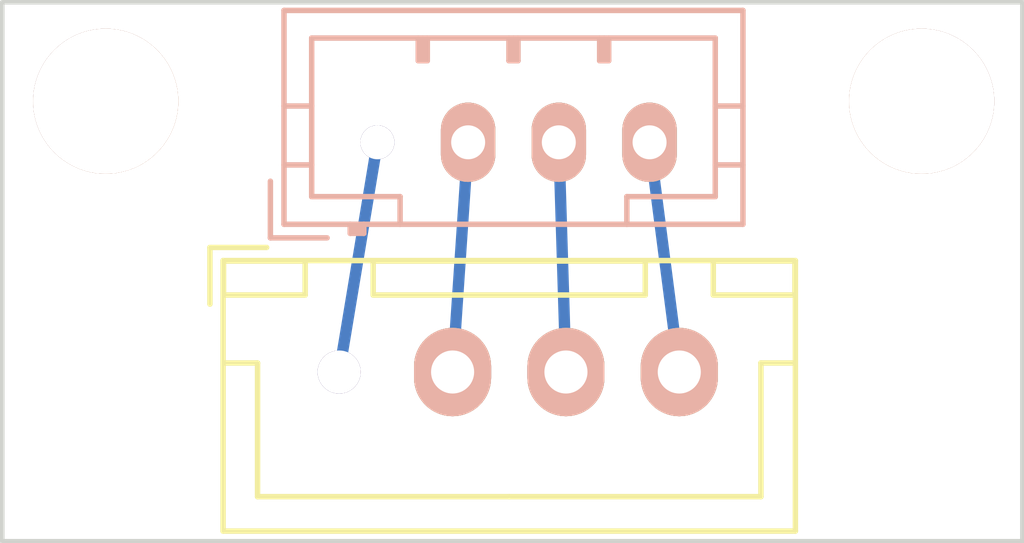
<source format=kicad_pcb>
(kicad_pcb (version 4) (generator gerbview)

  (layers 
    (0 F.Cu signal)
    (31 B.Cu signal)
    (32 B.Adhes user)
    (33 F.Adhes user)
    (34 B.Paste user)
    (35 F.Paste user)
    (36 B.SilkS user)
    (37 F.SilkS user)
    (38 B.Mask user)
    (39 F.Mask user)
    (40 Dwgs.User user)
    (41 Cmts.User user)
    (42 Eco1.User user)
    (43 Eco2.User user)
    (44 Edge.Cuts user)
  )

(gr_poly (pts  (xy 118.21011 68.58431) (xy 118.29263 68.57207) (xy 118.37354 68.5518)
 (xy 118.45208 68.5237) (xy 118.52749 68.48803) (xy 118.59903 68.44515) (xy 118.66603 68.39546)
 (xy 118.72784 68.33944) (xy 118.78386 68.27763) (xy 118.83355 68.21063) (xy 118.87643 68.13909)
 (xy 118.9121 68.06368) (xy 118.9402 67.98514) (xy 118.96047 67.90423) (xy 118.97271 67.82171)
 (xy 118.9768 67.7384) (xy 118.9768 67.4884) (xy 118.97271 67.40509) (xy 118.96047 67.32257)
 (xy 118.9402 67.24166) (xy 118.9121 67.16312) (xy 118.87643 67.08771) (xy 118.83355 67.01617)
 (xy 118.78386 66.94917) (xy 118.72784 66.88736) (xy 118.66603 66.83134) (xy 118.59903 66.78165)
 (xy 118.52749 66.73877) (xy 118.45208 66.7031) (xy 118.37354 66.675) (xy 118.29263 66.65473)
 (xy 118.21011 66.64249) (xy 118.1268 66.6384) (xy 118.04349 66.64249) (xy 117.96097 66.65473)
 (xy 117.88006 66.675) (xy 117.80152 66.7031) (xy 117.72611 66.73877) (xy 117.65457 66.78165)
 (xy 117.58757 66.83134) (xy 117.52576 66.88736) (xy 117.46974 66.94917) (xy 117.42005 67.01617)
 (xy 117.37717 67.08771) (xy 117.3415 67.16312) (xy 117.3134 67.24166) (xy 117.29313 67.32257)
 (xy 117.28089 67.40509) (xy 117.2768 67.4884) (xy 117.2768 67.7384) (xy 117.28089 67.82171)
 (xy 117.29313 67.90423) (xy 117.3134 67.98514) (xy 117.3415 68.06368) (xy 117.37717 68.13909)
 (xy 117.42005 68.21063) (xy 117.46974 68.27763) (xy 117.52576 68.33944) (xy 117.58757 68.39546)
 (xy 117.65457 68.44515) (xy 117.72611 68.48803) (xy 117.80152 68.5237) (xy 117.88006 68.5518)
 (xy 117.96097 68.57207) (xy 118.04349 68.58431) (xy 118.1268 68.5884))
(layer B.Mask) (width 0) )
(gr_poly (pts  (xy 120.71011 68.58431) (xy 120.79263 68.57207) (xy 120.87354 68.5518)
 (xy 120.95208 68.5237) (xy 121.02749 68.48803) (xy 121.09903 68.44515) (xy 121.16603 68.39546)
 (xy 121.22784 68.33944) (xy 121.28386 68.27763) (xy 121.33355 68.21063) (xy 121.37643 68.13909)
 (xy 121.4121 68.06368) (xy 121.4402 67.98514) (xy 121.46047 67.90423) (xy 121.47271 67.82171)
 (xy 121.4768 67.7384) (xy 121.4768 67.4884) (xy 121.47271 67.40509) (xy 121.46047 67.32257)
 (xy 121.4402 67.24166) (xy 121.4121 67.16312) (xy 121.37643 67.08771) (xy 121.33355 67.01617)
 (xy 121.28386 66.94917) (xy 121.22784 66.88736) (xy 121.16603 66.83134) (xy 121.09903 66.78165)
 (xy 121.02749 66.73877) (xy 120.95208 66.7031) (xy 120.87354 66.675) (xy 120.79263 66.65473)
 (xy 120.71011 66.64249) (xy 120.6268 66.6384) (xy 120.54349 66.64249) (xy 120.46097 66.65473)
 (xy 120.38006 66.675) (xy 120.30152 66.7031) (xy 120.22611 66.73877) (xy 120.15457 66.78165)
 (xy 120.08757 66.83134) (xy 120.02576 66.88736) (xy 119.96974 66.94917) (xy 119.92005 67.01617)
 (xy 119.87717 67.08771) (xy 119.8415 67.16312) (xy 119.8134 67.24166) (xy 119.79313 67.32257)
 (xy 119.78089 67.40509) (xy 119.7768 67.4884) (xy 119.7768 67.7384) (xy 119.78089 67.82171)
 (xy 119.79313 67.90423) (xy 119.8134 67.98514) (xy 119.8415 68.06368) (xy 119.87717 68.13909)
 (xy 119.92005 68.21063) (xy 119.96974 68.27763) (xy 120.02576 68.33944) (xy 120.08757 68.39546)
 (xy 120.15457 68.44515) (xy 120.22611 68.48803) (xy 120.30152 68.5237) (xy 120.38006 68.5518)
 (xy 120.46097 68.57207) (xy 120.54349 68.58431) (xy 120.6268 68.5884))
(layer B.Mask) (width 0) )
(gr_poly (pts  (xy 123.21011 68.58431) (xy 123.29263 68.57207) (xy 123.37354 68.5518)
 (xy 123.45208 68.5237) (xy 123.52749 68.48803) (xy 123.59903 68.44515) (xy 123.66603 68.39546)
 (xy 123.72784 68.33944) (xy 123.78386 68.27763) (xy 123.83355 68.21063) (xy 123.87643 68.13909)
 (xy 123.9121 68.06368) (xy 123.9402 67.98514) (xy 123.96047 67.90423) (xy 123.97271 67.82171)
 (xy 123.9768 67.7384) (xy 123.9768 67.4884) (xy 123.97271 67.40509) (xy 123.96047 67.32257)
 (xy 123.9402 67.24166) (xy 123.9121 67.16312) (xy 123.87643 67.08771) (xy 123.83355 67.01617)
 (xy 123.78386 66.94917) (xy 123.72784 66.88736) (xy 123.66603 66.83134) (xy 123.59903 66.78165)
 (xy 123.52749 66.73877) (xy 123.45208 66.7031) (xy 123.37354 66.675) (xy 123.29263 66.65473)
 (xy 123.21011 66.64249) (xy 123.1268 66.6384) (xy 123.04349 66.64249) (xy 122.96097 66.65473)
 (xy 122.88006 66.675) (xy 122.80152 66.7031) (xy 122.72611 66.73877) (xy 122.65457 66.78165)
 (xy 122.58757 66.83134) (xy 122.52576 66.88736) (xy 122.46974 66.94917) (xy 122.42005 67.01617)
 (xy 122.37717 67.08771) (xy 122.3415 67.16312) (xy 122.3134 67.24166) (xy 122.29313 67.32257)
 (xy 122.28089 67.40509) (xy 122.2768 67.4884) (xy 122.2768 67.7384) (xy 122.28089 67.82171)
 (xy 122.29313 67.90423) (xy 122.3134 67.98514) (xy 122.3415 68.06368) (xy 122.37717 68.13909)
 (xy 122.42005 68.21063) (xy 122.46974 68.27763) (xy 122.52576 68.33944) (xy 122.58757 68.39546)
 (xy 122.65457 68.44515) (xy 122.72611 68.48803) (xy 122.80152 68.5237) (xy 122.88006 68.5518)
 (xy 122.96097 68.57207) (xy 123.04349 68.58431) (xy 123.1268 68.5884))
(layer B.Mask) (width 0) )
(gr_circle (center 110.4784 61.636) (end 112.0784 61.636)(layer B.Mask) (width 0) (fill solid) )
(gr_circle (center 128.47 61.636) (end 130.07 61.636)(layer B.Mask) (width 0) (fill solid) )
(gr_poly (pts  (xy 118.52881 63.41371) (xy 118.58705 63.40507) (xy 118.64417 63.39076)
 (xy 118.69961 63.37093) (xy 118.75284 63.34575) (xy 118.80334 63.31548) (xy 118.85064 63.28041)
 (xy 118.89426 63.24086) (xy 118.93381 63.19724) (xy 118.96888 63.14994) (xy 118.99915 63.09944)
 (xy 119.02433 63.04621) (xy 119.04416 62.99077) (xy 119.05847 62.93365) (xy 119.06711 62.87541)
 (xy 119.07 62.8166) (xy 119.07 62.2666) (xy 119.06711 62.20779) (xy 119.05847 62.14955)
 (xy 119.04416 62.09243) (xy 119.02433 62.03699) (xy 118.99915 61.98376) (xy 118.96888 61.93326)
 (xy 118.93381 61.88596) (xy 118.89426 61.84234) (xy 118.85064 61.80279) (xy 118.80334 61.76772)
 (xy 118.75284 61.73745) (xy 118.69961 61.71227) (xy 118.64417 61.69244) (xy 118.58705 61.67813)
 (xy 118.52881 61.66949) (xy 118.47 61.6666) (xy 118.41119 61.66949) (xy 118.35295 61.67813)
 (xy 118.29583 61.69244) (xy 118.24039 61.71227) (xy 118.18716 61.73745) (xy 118.13666 61.76772)
 (xy 118.08936 61.80279) (xy 118.04574 61.84234) (xy 118.00619 61.88596) (xy 117.97112 61.93326)
 (xy 117.94085 61.98376) (xy 117.91567 62.03699) (xy 117.89584 62.09243) (xy 117.88153 62.14955)
 (xy 117.87289 62.20779) (xy 117.87 62.2666) (xy 117.87 62.8166) (xy 117.87289 62.87541)
 (xy 117.88153 62.93365) (xy 117.89584 62.99077) (xy 117.91567 63.04621) (xy 117.94085 63.09944)
 (xy 117.97112 63.14994) (xy 118.00619 63.19724) (xy 118.04574 63.24086) (xy 118.08936 63.28041)
 (xy 118.13666 63.31548) (xy 118.18716 63.34575) (xy 118.24039 63.37093) (xy 118.29583 63.39076)
 (xy 118.35295 63.40507) (xy 118.41119 63.41371) (xy 118.47 63.4166))
(layer B.Mask) (width 0) )
(gr_poly (pts  (xy 120.52881 63.41371) (xy 120.58705 63.40507) (xy 120.64417 63.39076)
 (xy 120.69961 63.37093) (xy 120.75284 63.34575) (xy 120.80334 63.31548) (xy 120.85064 63.28041)
 (xy 120.89426 63.24086) (xy 120.93381 63.19724) (xy 120.96888 63.14994) (xy 120.99915 63.09944)
 (xy 121.02433 63.04621) (xy 121.04416 62.99077) (xy 121.05847 62.93365) (xy 121.06711 62.87541)
 (xy 121.07 62.8166) (xy 121.07 62.2666) (xy 121.06711 62.20779) (xy 121.05847 62.14955)
 (xy 121.04416 62.09243) (xy 121.02433 62.03699) (xy 120.99915 61.98376) (xy 120.96888 61.93326)
 (xy 120.93381 61.88596) (xy 120.89426 61.84234) (xy 120.85064 61.80279) (xy 120.80334 61.76772)
 (xy 120.75284 61.73745) (xy 120.69961 61.71227) (xy 120.64417 61.69244) (xy 120.58705 61.67813)
 (xy 120.52881 61.66949) (xy 120.47 61.6666) (xy 120.41119 61.66949) (xy 120.35295 61.67813)
 (xy 120.29583 61.69244) (xy 120.24039 61.71227) (xy 120.18716 61.73745) (xy 120.13666 61.76772)
 (xy 120.08936 61.80279) (xy 120.04574 61.84234) (xy 120.00619 61.88596) (xy 119.97112 61.93326)
 (xy 119.94085 61.98376) (xy 119.91567 62.03699) (xy 119.89584 62.09243) (xy 119.88153 62.14955)
 (xy 119.87289 62.20779) (xy 119.87 62.2666) (xy 119.87 62.8166) (xy 119.87289 62.87541)
 (xy 119.88153 62.93365) (xy 119.89584 62.99077) (xy 119.91567 63.04621) (xy 119.94085 63.09944)
 (xy 119.97112 63.14994) (xy 120.00619 63.19724) (xy 120.04574 63.24086) (xy 120.08936 63.28041)
 (xy 120.13666 63.31548) (xy 120.18716 63.34575) (xy 120.24039 63.37093) (xy 120.29583 63.39076)
 (xy 120.35295 63.40507) (xy 120.41119 63.41371) (xy 120.47 63.4166))
(layer B.Mask) (width 0) )
(gr_poly (pts  (xy 122.52881 63.41371) (xy 122.58705 63.40507) (xy 122.64417 63.39076)
 (xy 122.69961 63.37093) (xy 122.75284 63.34575) (xy 122.80334 63.31548) (xy 122.85064 63.28041)
 (xy 122.89426 63.24086) (xy 122.93381 63.19724) (xy 122.96888 63.14994) (xy 122.99915 63.09944)
 (xy 123.02433 63.04621) (xy 123.04416 62.99077) (xy 123.05847 62.93365) (xy 123.06711 62.87541)
 (xy 123.07 62.8166) (xy 123.07 62.2666) (xy 123.06711 62.20779) (xy 123.05847 62.14955)
 (xy 123.04416 62.09243) (xy 123.02433 62.03699) (xy 122.99915 61.98376) (xy 122.96888 61.93326)
 (xy 122.93381 61.88596) (xy 122.89426 61.84234) (xy 122.85064 61.80279) (xy 122.80334 61.76772)
 (xy 122.75284 61.73745) (xy 122.69961 61.71227) (xy 122.64417 61.69244) (xy 122.58705 61.67813)
 (xy 122.52881 61.66949) (xy 122.47 61.6666) (xy 122.41119 61.66949) (xy 122.35295 61.67813)
 (xy 122.29583 61.69244) (xy 122.24039 61.71227) (xy 122.18716 61.73745) (xy 122.13666 61.76772)
 (xy 122.08936 61.80279) (xy 122.04574 61.84234) (xy 122.00619 61.88596) (xy 121.97112 61.93326)
 (xy 121.94085 61.98376) (xy 121.91567 62.03699) (xy 121.89584 62.09243) (xy 121.88153 62.14955)
 (xy 121.87289 62.20779) (xy 121.87 62.2666) (xy 121.87 62.8166) (xy 121.87289 62.87541)
 (xy 121.88153 62.93365) (xy 121.89584 62.99077) (xy 121.91567 63.04621) (xy 121.94085 63.09944)
 (xy 121.97112 63.14994) (xy 122.00619 63.19724) (xy 122.04574 63.24086) (xy 122.08936 63.28041)
 (xy 122.13666 63.31548) (xy 122.18716 63.34575) (xy 122.24039 63.37093) (xy 122.29583 63.39076)
 (xy 122.35295 63.40507) (xy 122.41119 63.41371) (xy 122.47 63.4166))
(layer B.Mask) (width 0) )
(gr_line (start 115.02 60.2416) (end 123.92 60.2416) (layer B.SilkS) (width 0.12))
(gr_line (start 116.97 63.7416) (end 115.02 63.7416) (layer B.SilkS) (width 0.12))
(gr_line (start 119.57 60.7416) (end 119.57 60.2416) (layer B.SilkS) (width 0.12))
(gr_line (start 114.11 64.6516) (end 114.11 63.4016) (layer B.SilkS) (width 0.12))
(gr_line (start 117.57 60.7416) (end 117.57 60.2416) (layer B.SilkS) (width 0.12))
(gr_line (start 117.37 60.2416) (end 117.37 60.7416) (layer B.SilkS) (width 0.12))
(gr_line (start 116.17 64.3516) (end 116.17 64.5516) (layer B.SilkS) (width 0.12))
(gr_line (start 124.53 61.7416) (end 123.92 61.7416) (layer B.SilkS) (width 0.12))
(gr_line (start 121.57 60.7416) (end 121.57 60.2416) (layer B.SilkS) (width 0.12))
(gr_line (start 114.41 61.7416) (end 115.02 61.7416) (layer B.SilkS) (width 0.12))
(gr_line (start 117.47 60.2416) (end 117.47 60.7416) (layer B.SilkS) (width 0.12))
(gr_line (start 123.92 60.2416) (end 123.92 63.7416) (layer B.SilkS) (width 0.12))
(gr_line (start 115.36 64.6516) (end 114.11 64.6516) (layer B.SilkS) (width 0.12))
(gr_line (start 115.87 64.5516) (end 115.87 64.3516) (layer B.SilkS) (width 0.12))
(gr_line (start 124.53 63.0416) (end 123.92 63.0416) (layer B.SilkS) (width 0.12))
(gr_line (start 116.17 64.5516) (end 115.87 64.5516) (layer B.SilkS) (width 0.12))
(gr_line (start 114.41 63.0416) (end 115.02 63.0416) (layer B.SilkS) (width 0.12))
(gr_line (start 119.37 60.7416) (end 119.57 60.7416) (layer B.SilkS) (width 0.12))
(gr_line (start 119.37 60.2416) (end 119.37 60.7416) (layer B.SilkS) (width 0.12))
(gr_line (start 124.53 64.3516) (end 114.41 64.3516) (layer B.SilkS) (width 0.12))
(gr_line (start 121.37 60.7416) (end 121.57 60.7416) (layer B.SilkS) (width 0.12))
(gr_line (start 117.37 60.7416) (end 117.57 60.7416) (layer B.SilkS) (width 0.12))
(gr_line (start 121.97 63.7416) (end 121.97 64.3516) (layer B.SilkS) (width 0.12))
(gr_line (start 114.41 64.3516) (end 114.41 59.6316) (layer B.SilkS) (width 0.12))
(gr_line (start 116.17 64.4516) (end 115.87 64.4516) (layer B.SilkS) (width 0.12))
(gr_line (start 119.47 60.2416) (end 119.47 60.7416) (layer B.SilkS) (width 0.12))
(gr_line (start 124.53 59.6316) (end 124.53 64.3516) (layer B.SilkS) (width 0.12))
(gr_line (start 123.92 63.7416) (end 121.97 63.7416) (layer B.SilkS) (width 0.12))
(gr_line (start 121.37 60.2416) (end 121.37 60.7416) (layer B.SilkS) (width 0.12))
(gr_line (start 115.02 63.7416) (end 115.02 60.2416) (layer B.SilkS) (width 0.12))
(gr_line (start 114.41 59.6316) (end 124.53 59.6316) (layer B.SilkS) (width 0.12))
(gr_line (start 116.97 64.3516) (end 116.97 63.7416) (layer B.SilkS) (width 0.12))
(gr_line (start 121.47 60.2416) (end 121.47 60.7416) (layer B.SilkS) (width 0.12))
(gr_poly (pts  (xy 118.21011 68.58431) (xy 118.29263 68.57207) (xy 118.37354 68.5518)
 (xy 118.45208 68.5237) (xy 118.52749 68.48803) (xy 118.59903 68.44515) (xy 118.66603 68.39546)
 (xy 118.72784 68.33944) (xy 118.78386 68.27763) (xy 118.83355 68.21063) (xy 118.87643 68.13909)
 (xy 118.9121 68.06368) (xy 118.9402 67.98514) (xy 118.96047 67.90423) (xy 118.97271 67.82171)
 (xy 118.9768 67.7384) (xy 118.9768 67.4884) (xy 118.97271 67.40509) (xy 118.96047 67.32257)
 (xy 118.9402 67.24166) (xy 118.9121 67.16312) (xy 118.87643 67.08771) (xy 118.83355 67.01617)
 (xy 118.78386 66.94917) (xy 118.72784 66.88736) (xy 118.66603 66.83134) (xy 118.59903 66.78165)
 (xy 118.52749 66.73877) (xy 118.45208 66.7031) (xy 118.37354 66.675) (xy 118.29263 66.65473)
 (xy 118.21011 66.64249) (xy 118.1268 66.6384) (xy 118.04349 66.64249) (xy 117.96097 66.65473)
 (xy 117.88006 66.675) (xy 117.80152 66.7031) (xy 117.72611 66.73877) (xy 117.65457 66.78165)
 (xy 117.58757 66.83134) (xy 117.52576 66.88736) (xy 117.46974 66.94917) (xy 117.42005 67.01617)
 (xy 117.37717 67.08771) (xy 117.3415 67.16312) (xy 117.3134 67.24166) (xy 117.29313 67.32257)
 (xy 117.28089 67.40509) (xy 117.2768 67.4884) (xy 117.2768 67.7384) (xy 117.28089 67.82171)
 (xy 117.29313 67.90423) (xy 117.3134 67.98514) (xy 117.3415 68.06368) (xy 117.37717 68.13909)
 (xy 117.42005 68.21063) (xy 117.46974 68.27763) (xy 117.52576 68.33944) (xy 117.58757 68.39546)
 (xy 117.65457 68.44515) (xy 117.72611 68.48803) (xy 117.80152 68.5237) (xy 117.88006 68.5518)
 (xy 117.96097 68.57207) (xy 118.04349 68.58431) (xy 118.1268 68.5884))
(layer B.SilkS) (width 0) )
(gr_poly (pts  (xy 120.71011 68.58431) (xy 120.79263 68.57207) (xy 120.87354 68.5518)
 (xy 120.95208 68.5237) (xy 121.02749 68.48803) (xy 121.09903 68.44515) (xy 121.16603 68.39546)
 (xy 121.22784 68.33944) (xy 121.28386 68.27763) (xy 121.33355 68.21063) (xy 121.37643 68.13909)
 (xy 121.4121 68.06368) (xy 121.4402 67.98514) (xy 121.46047 67.90423) (xy 121.47271 67.82171)
 (xy 121.4768 67.7384) (xy 121.4768 67.4884) (xy 121.47271 67.40509) (xy 121.46047 67.32257)
 (xy 121.4402 67.24166) (xy 121.4121 67.16312) (xy 121.37643 67.08771) (xy 121.33355 67.01617)
 (xy 121.28386 66.94917) (xy 121.22784 66.88736) (xy 121.16603 66.83134) (xy 121.09903 66.78165)
 (xy 121.02749 66.73877) (xy 120.95208 66.7031) (xy 120.87354 66.675) (xy 120.79263 66.65473)
 (xy 120.71011 66.64249) (xy 120.6268 66.6384) (xy 120.54349 66.64249) (xy 120.46097 66.65473)
 (xy 120.38006 66.675) (xy 120.30152 66.7031) (xy 120.22611 66.73877) (xy 120.15457 66.78165)
 (xy 120.08757 66.83134) (xy 120.02576 66.88736) (xy 119.96974 66.94917) (xy 119.92005 67.01617)
 (xy 119.87717 67.08771) (xy 119.8415 67.16312) (xy 119.8134 67.24166) (xy 119.79313 67.32257)
 (xy 119.78089 67.40509) (xy 119.7768 67.4884) (xy 119.7768 67.7384) (xy 119.78089 67.82171)
 (xy 119.79313 67.90423) (xy 119.8134 67.98514) (xy 119.8415 68.06368) (xy 119.87717 68.13909)
 (xy 119.92005 68.21063) (xy 119.96974 68.27763) (xy 120.02576 68.33944) (xy 120.08757 68.39546)
 (xy 120.15457 68.44515) (xy 120.22611 68.48803) (xy 120.30152 68.5237) (xy 120.38006 68.5518)
 (xy 120.46097 68.57207) (xy 120.54349 68.58431) (xy 120.6268 68.5884))
(layer B.SilkS) (width 0) )
(gr_poly (pts  (xy 123.21011 68.58431) (xy 123.29263 68.57207) (xy 123.37354 68.5518)
 (xy 123.45208 68.5237) (xy 123.52749 68.48803) (xy 123.59903 68.44515) (xy 123.66603 68.39546)
 (xy 123.72784 68.33944) (xy 123.78386 68.27763) (xy 123.83355 68.21063) (xy 123.87643 68.13909)
 (xy 123.9121 68.06368) (xy 123.9402 67.98514) (xy 123.96047 67.90423) (xy 123.97271 67.82171)
 (xy 123.9768 67.7384) (xy 123.9768 67.4884) (xy 123.97271 67.40509) (xy 123.96047 67.32257)
 (xy 123.9402 67.24166) (xy 123.9121 67.16312) (xy 123.87643 67.08771) (xy 123.83355 67.01617)
 (xy 123.78386 66.94917) (xy 123.72784 66.88736) (xy 123.66603 66.83134) (xy 123.59903 66.78165)
 (xy 123.52749 66.73877) (xy 123.45208 66.7031) (xy 123.37354 66.675) (xy 123.29263 66.65473)
 (xy 123.21011 66.64249) (xy 123.1268 66.6384) (xy 123.04349 66.64249) (xy 122.96097 66.65473)
 (xy 122.88006 66.675) (xy 122.80152 66.7031) (xy 122.72611 66.73877) (xy 122.65457 66.78165)
 (xy 122.58757 66.83134) (xy 122.52576 66.88736) (xy 122.46974 66.94917) (xy 122.42005 67.01617)
 (xy 122.37717 67.08771) (xy 122.3415 67.16312) (xy 122.3134 67.24166) (xy 122.29313 67.32257)
 (xy 122.28089 67.40509) (xy 122.2768 67.4884) (xy 122.2768 67.7384) (xy 122.28089 67.82171)
 (xy 122.29313 67.90423) (xy 122.3134 67.98514) (xy 122.3415 68.06368) (xy 122.37717 68.13909)
 (xy 122.42005 68.21063) (xy 122.46974 68.27763) (xy 122.52576 68.33944) (xy 122.58757 68.39546)
 (xy 122.65457 68.44515) (xy 122.72611 68.48803) (xy 122.80152 68.5237) (xy 122.88006 68.5518)
 (xy 122.96097 68.57207) (xy 123.04349 68.58431) (xy 123.1268 68.5884))
(layer B.SilkS) (width 0) )
(gr_circle (center 110.4784 61.636) (end 112.0784 61.636)(layer B.SilkS) (width 0) (fill solid) )
(gr_circle (center 128.47 61.636) (end 130.07 61.636)(layer B.SilkS) (width 0) (fill solid) )
(gr_poly (pts  (xy 118.52881 63.41371) (xy 118.58705 63.40507) (xy 118.64417 63.39076)
 (xy 118.69961 63.37093) (xy 118.75284 63.34575) (xy 118.80334 63.31548) (xy 118.85064 63.28041)
 (xy 118.89426 63.24086) (xy 118.93381 63.19724) (xy 118.96888 63.14994) (xy 118.99915 63.09944)
 (xy 119.02433 63.04621) (xy 119.04416 62.99077) (xy 119.05847 62.93365) (xy 119.06711 62.87541)
 (xy 119.07 62.8166) (xy 119.07 62.2666) (xy 119.06711 62.20779) (xy 119.05847 62.14955)
 (xy 119.04416 62.09243) (xy 119.02433 62.03699) (xy 118.99915 61.98376) (xy 118.96888 61.93326)
 (xy 118.93381 61.88596) (xy 118.89426 61.84234) (xy 118.85064 61.80279) (xy 118.80334 61.76772)
 (xy 118.75284 61.73745) (xy 118.69961 61.71227) (xy 118.64417 61.69244) (xy 118.58705 61.67813)
 (xy 118.52881 61.66949) (xy 118.47 61.6666) (xy 118.41119 61.66949) (xy 118.35295 61.67813)
 (xy 118.29583 61.69244) (xy 118.24039 61.71227) (xy 118.18716 61.73745) (xy 118.13666 61.76772)
 (xy 118.08936 61.80279) (xy 118.04574 61.84234) (xy 118.00619 61.88596) (xy 117.97112 61.93326)
 (xy 117.94085 61.98376) (xy 117.91567 62.03699) (xy 117.89584 62.09243) (xy 117.88153 62.14955)
 (xy 117.87289 62.20779) (xy 117.87 62.2666) (xy 117.87 62.8166) (xy 117.87289 62.87541)
 (xy 117.88153 62.93365) (xy 117.89584 62.99077) (xy 117.91567 63.04621) (xy 117.94085 63.09944)
 (xy 117.97112 63.14994) (xy 118.00619 63.19724) (xy 118.04574 63.24086) (xy 118.08936 63.28041)
 (xy 118.13666 63.31548) (xy 118.18716 63.34575) (xy 118.24039 63.37093) (xy 118.29583 63.39076)
 (xy 118.35295 63.40507) (xy 118.41119 63.41371) (xy 118.47 63.4166))
(layer B.SilkS) (width 0) )
(gr_poly (pts  (xy 120.52881 63.41371) (xy 120.58705 63.40507) (xy 120.64417 63.39076)
 (xy 120.69961 63.37093) (xy 120.75284 63.34575) (xy 120.80334 63.31548) (xy 120.85064 63.28041)
 (xy 120.89426 63.24086) (xy 120.93381 63.19724) (xy 120.96888 63.14994) (xy 120.99915 63.09944)
 (xy 121.02433 63.04621) (xy 121.04416 62.99077) (xy 121.05847 62.93365) (xy 121.06711 62.87541)
 (xy 121.07 62.8166) (xy 121.07 62.2666) (xy 121.06711 62.20779) (xy 121.05847 62.14955)
 (xy 121.04416 62.09243) (xy 121.02433 62.03699) (xy 120.99915 61.98376) (xy 120.96888 61.93326)
 (xy 120.93381 61.88596) (xy 120.89426 61.84234) (xy 120.85064 61.80279) (xy 120.80334 61.76772)
 (xy 120.75284 61.73745) (xy 120.69961 61.71227) (xy 120.64417 61.69244) (xy 120.58705 61.67813)
 (xy 120.52881 61.66949) (xy 120.47 61.6666) (xy 120.41119 61.66949) (xy 120.35295 61.67813)
 (xy 120.29583 61.69244) (xy 120.24039 61.71227) (xy 120.18716 61.73745) (xy 120.13666 61.76772)
 (xy 120.08936 61.80279) (xy 120.04574 61.84234) (xy 120.00619 61.88596) (xy 119.97112 61.93326)
 (xy 119.94085 61.98376) (xy 119.91567 62.03699) (xy 119.89584 62.09243) (xy 119.88153 62.14955)
 (xy 119.87289 62.20779) (xy 119.87 62.2666) (xy 119.87 62.8166) (xy 119.87289 62.87541)
 (xy 119.88153 62.93365) (xy 119.89584 62.99077) (xy 119.91567 63.04621) (xy 119.94085 63.09944)
 (xy 119.97112 63.14994) (xy 120.00619 63.19724) (xy 120.04574 63.24086) (xy 120.08936 63.28041)
 (xy 120.13666 63.31548) (xy 120.18716 63.34575) (xy 120.24039 63.37093) (xy 120.29583 63.39076)
 (xy 120.35295 63.40507) (xy 120.41119 63.41371) (xy 120.47 63.4166))
(layer B.SilkS) (width 0) )
(gr_poly (pts  (xy 122.52881 63.41371) (xy 122.58705 63.40507) (xy 122.64417 63.39076)
 (xy 122.69961 63.37093) (xy 122.75284 63.34575) (xy 122.80334 63.31548) (xy 122.85064 63.28041)
 (xy 122.89426 63.24086) (xy 122.93381 63.19724) (xy 122.96888 63.14994) (xy 122.99915 63.09944)
 (xy 123.02433 63.04621) (xy 123.04416 62.99077) (xy 123.05847 62.93365) (xy 123.06711 62.87541)
 (xy 123.07 62.8166) (xy 123.07 62.2666) (xy 123.06711 62.20779) (xy 123.05847 62.14955)
 (xy 123.04416 62.09243) (xy 123.02433 62.03699) (xy 122.99915 61.98376) (xy 122.96888 61.93326)
 (xy 122.93381 61.88596) (xy 122.89426 61.84234) (xy 122.85064 61.80279) (xy 122.80334 61.76772)
 (xy 122.75284 61.73745) (xy 122.69961 61.71227) (xy 122.64417 61.69244) (xy 122.58705 61.67813)
 (xy 122.52881 61.66949) (xy 122.47 61.6666) (xy 122.41119 61.66949) (xy 122.35295 61.67813)
 (xy 122.29583 61.69244) (xy 122.24039 61.71227) (xy 122.18716 61.73745) (xy 122.13666 61.76772)
 (xy 122.08936 61.80279) (xy 122.04574 61.84234) (xy 122.00619 61.88596) (xy 121.97112 61.93326)
 (xy 121.94085 61.98376) (xy 121.91567 62.03699) (xy 121.89584 62.09243) (xy 121.88153 62.14955)
 (xy 121.87289 62.20779) (xy 121.87 62.2666) (xy 121.87 62.8166) (xy 121.87289 62.87541)
 (xy 121.88153 62.93365) (xy 121.89584 62.99077) (xy 121.91567 63.04621) (xy 121.94085 63.09944)
 (xy 121.97112 63.14994) (xy 122.00619 63.19724) (xy 122.04574 63.24086) (xy 122.08936 63.28041)
 (xy 122.13666 63.31548) (xy 122.18716 63.34575) (xy 122.24039 63.37093) (xy 122.29583 63.39076)
 (xy 122.35295 63.40507) (xy 122.41119 63.41371) (xy 122.47 63.4166))
(layer B.SilkS) (width 0) )
(gr_line (start 130.692 71.3472) (end 108.1972 71.3472) (layer Edge.Cuts) (width 0.1))
(gr_line (start 108.1972 71.3472) (end 108.1972 59.4516) (layer Edge.Cuts) (width 0.1))
(gr_line (start 108.1972 59.4516) (end 130.692 59.4516) (layer Edge.Cuts) (width 0.1))
(gr_line (start 130.692 59.4516) (end 130.692 71.3472) (layer Edge.Cuts) (width 0.1))
(gr_poly (pts  (xy 118.21011 68.58431) (xy 118.29263 68.57207) (xy 118.37354 68.5518)
 (xy 118.45208 68.5237) (xy 118.52749 68.48803) (xy 118.59903 68.44515) (xy 118.66603 68.39546)
 (xy 118.72784 68.33944) (xy 118.78386 68.27763) (xy 118.83355 68.21063) (xy 118.87643 68.13909)
 (xy 118.9121 68.06368) (xy 118.9402 67.98514) (xy 118.96047 67.90423) (xy 118.97271 67.82171)
 (xy 118.9768 67.7384) (xy 118.9768 67.4884) (xy 118.97271 67.40509) (xy 118.96047 67.32257)
 (xy 118.9402 67.24166) (xy 118.9121 67.16312) (xy 118.87643 67.08771) (xy 118.83355 67.01617)
 (xy 118.78386 66.94917) (xy 118.72784 66.88736) (xy 118.66603 66.83134) (xy 118.59903 66.78165)
 (xy 118.52749 66.73877) (xy 118.45208 66.7031) (xy 118.37354 66.675) (xy 118.29263 66.65473)
 (xy 118.21011 66.64249) (xy 118.1268 66.6384) (xy 118.04349 66.64249) (xy 117.96097 66.65473)
 (xy 117.88006 66.675) (xy 117.80152 66.7031) (xy 117.72611 66.73877) (xy 117.65457 66.78165)
 (xy 117.58757 66.83134) (xy 117.52576 66.88736) (xy 117.46974 66.94917) (xy 117.42005 67.01617)
 (xy 117.37717 67.08771) (xy 117.3415 67.16312) (xy 117.3134 67.24166) (xy 117.29313 67.32257)
 (xy 117.28089 67.40509) (xy 117.2768 67.4884) (xy 117.2768 67.7384) (xy 117.28089 67.82171)
 (xy 117.29313 67.90423) (xy 117.3134 67.98514) (xy 117.3415 68.06368) (xy 117.37717 68.13909)
 (xy 117.42005 68.21063) (xy 117.46974 68.27763) (xy 117.52576 68.33944) (xy 117.58757 68.39546)
 (xy 117.65457 68.44515) (xy 117.72611 68.48803) (xy 117.80152 68.5237) (xy 117.88006 68.5518)
 (xy 117.96097 68.57207) (xy 118.04349 68.58431) (xy 118.1268 68.5884))
(layer F.Mask) (width 0) )
(gr_poly (pts  (xy 120.71011 68.58431) (xy 120.79263 68.57207) (xy 120.87354 68.5518)
 (xy 120.95208 68.5237) (xy 121.02749 68.48803) (xy 121.09903 68.44515) (xy 121.16603 68.39546)
 (xy 121.22784 68.33944) (xy 121.28386 68.27763) (xy 121.33355 68.21063) (xy 121.37643 68.13909)
 (xy 121.4121 68.06368) (xy 121.4402 67.98514) (xy 121.46047 67.90423) (xy 121.47271 67.82171)
 (xy 121.4768 67.7384) (xy 121.4768 67.4884) (xy 121.47271 67.40509) (xy 121.46047 67.32257)
 (xy 121.4402 67.24166) (xy 121.4121 67.16312) (xy 121.37643 67.08771) (xy 121.33355 67.01617)
 (xy 121.28386 66.94917) (xy 121.22784 66.88736) (xy 121.16603 66.83134) (xy 121.09903 66.78165)
 (xy 121.02749 66.73877) (xy 120.95208 66.7031) (xy 120.87354 66.675) (xy 120.79263 66.65473)
 (xy 120.71011 66.64249) (xy 120.6268 66.6384) (xy 120.54349 66.64249) (xy 120.46097 66.65473)
 (xy 120.38006 66.675) (xy 120.30152 66.7031) (xy 120.22611 66.73877) (xy 120.15457 66.78165)
 (xy 120.08757 66.83134) (xy 120.02576 66.88736) (xy 119.96974 66.94917) (xy 119.92005 67.01617)
 (xy 119.87717 67.08771) (xy 119.8415 67.16312) (xy 119.8134 67.24166) (xy 119.79313 67.32257)
 (xy 119.78089 67.40509) (xy 119.7768 67.4884) (xy 119.7768 67.7384) (xy 119.78089 67.82171)
 (xy 119.79313 67.90423) (xy 119.8134 67.98514) (xy 119.8415 68.06368) (xy 119.87717 68.13909)
 (xy 119.92005 68.21063) (xy 119.96974 68.27763) (xy 120.02576 68.33944) (xy 120.08757 68.39546)
 (xy 120.15457 68.44515) (xy 120.22611 68.48803) (xy 120.30152 68.5237) (xy 120.38006 68.5518)
 (xy 120.46097 68.57207) (xy 120.54349 68.58431) (xy 120.6268 68.5884))
(layer F.Mask) (width 0) )
(gr_poly (pts  (xy 123.21011 68.58431) (xy 123.29263 68.57207) (xy 123.37354 68.5518)
 (xy 123.45208 68.5237) (xy 123.52749 68.48803) (xy 123.59903 68.44515) (xy 123.66603 68.39546)
 (xy 123.72784 68.33944) (xy 123.78386 68.27763) (xy 123.83355 68.21063) (xy 123.87643 68.13909)
 (xy 123.9121 68.06368) (xy 123.9402 67.98514) (xy 123.96047 67.90423) (xy 123.97271 67.82171)
 (xy 123.9768 67.7384) (xy 123.9768 67.4884) (xy 123.97271 67.40509) (xy 123.96047 67.32257)
 (xy 123.9402 67.24166) (xy 123.9121 67.16312) (xy 123.87643 67.08771) (xy 123.83355 67.01617)
 (xy 123.78386 66.94917) (xy 123.72784 66.88736) (xy 123.66603 66.83134) (xy 123.59903 66.78165)
 (xy 123.52749 66.73877) (xy 123.45208 66.7031) (xy 123.37354 66.675) (xy 123.29263 66.65473)
 (xy 123.21011 66.64249) (xy 123.1268 66.6384) (xy 123.04349 66.64249) (xy 122.96097 66.65473)
 (xy 122.88006 66.675) (xy 122.80152 66.7031) (xy 122.72611 66.73877) (xy 122.65457 66.78165)
 (xy 122.58757 66.83134) (xy 122.52576 66.88736) (xy 122.46974 66.94917) (xy 122.42005 67.01617)
 (xy 122.37717 67.08771) (xy 122.3415 67.16312) (xy 122.3134 67.24166) (xy 122.29313 67.32257)
 (xy 122.28089 67.40509) (xy 122.2768 67.4884) (xy 122.2768 67.7384) (xy 122.28089 67.82171)
 (xy 122.29313 67.90423) (xy 122.3134 67.98514) (xy 122.3415 68.06368) (xy 122.37717 68.13909)
 (xy 122.42005 68.21063) (xy 122.46974 68.27763) (xy 122.52576 68.33944) (xy 122.58757 68.39546)
 (xy 122.65457 68.44515) (xy 122.72611 68.48803) (xy 122.80152 68.5237) (xy 122.88006 68.5518)
 (xy 122.96097 68.57207) (xy 123.04349 68.58431) (xy 123.1268 68.5884))
(layer F.Mask) (width 0) )
(gr_circle (center 110.4784 61.636) (end 112.0784 61.636)(layer F.Mask) (width 0) (fill solid) )
(gr_circle (center 128.47 61.636) (end 130.07 61.636)(layer F.Mask) (width 0) (fill solid) )
(gr_poly (pts  (xy 118.52881 63.41371) (xy 118.58705 63.40507) (xy 118.64417 63.39076)
 (xy 118.69961 63.37093) (xy 118.75284 63.34575) (xy 118.80334 63.31548) (xy 118.85064 63.28041)
 (xy 118.89426 63.24086) (xy 118.93381 63.19724) (xy 118.96888 63.14994) (xy 118.99915 63.09944)
 (xy 119.02433 63.04621) (xy 119.04416 62.99077) (xy 119.05847 62.93365) (xy 119.06711 62.87541)
 (xy 119.07 62.8166) (xy 119.07 62.2666) (xy 119.06711 62.20779) (xy 119.05847 62.14955)
 (xy 119.04416 62.09243) (xy 119.02433 62.03699) (xy 118.99915 61.98376) (xy 118.96888 61.93326)
 (xy 118.93381 61.88596) (xy 118.89426 61.84234) (xy 118.85064 61.80279) (xy 118.80334 61.76772)
 (xy 118.75284 61.73745) (xy 118.69961 61.71227) (xy 118.64417 61.69244) (xy 118.58705 61.67813)
 (xy 118.52881 61.66949) (xy 118.47 61.6666) (xy 118.41119 61.66949) (xy 118.35295 61.67813)
 (xy 118.29583 61.69244) (xy 118.24039 61.71227) (xy 118.18716 61.73745) (xy 118.13666 61.76772)
 (xy 118.08936 61.80279) (xy 118.04574 61.84234) (xy 118.00619 61.88596) (xy 117.97112 61.93326)
 (xy 117.94085 61.98376) (xy 117.91567 62.03699) (xy 117.89584 62.09243) (xy 117.88153 62.14955)
 (xy 117.87289 62.20779) (xy 117.87 62.2666) (xy 117.87 62.8166) (xy 117.87289 62.87541)
 (xy 117.88153 62.93365) (xy 117.89584 62.99077) (xy 117.91567 63.04621) (xy 117.94085 63.09944)
 (xy 117.97112 63.14994) (xy 118.00619 63.19724) (xy 118.04574 63.24086) (xy 118.08936 63.28041)
 (xy 118.13666 63.31548) (xy 118.18716 63.34575) (xy 118.24039 63.37093) (xy 118.29583 63.39076)
 (xy 118.35295 63.40507) (xy 118.41119 63.41371) (xy 118.47 63.4166))
(layer F.Mask) (width 0) )
(gr_poly (pts  (xy 120.52881 63.41371) (xy 120.58705 63.40507) (xy 120.64417 63.39076)
 (xy 120.69961 63.37093) (xy 120.75284 63.34575) (xy 120.80334 63.31548) (xy 120.85064 63.28041)
 (xy 120.89426 63.24086) (xy 120.93381 63.19724) (xy 120.96888 63.14994) (xy 120.99915 63.09944)
 (xy 121.02433 63.04621) (xy 121.04416 62.99077) (xy 121.05847 62.93365) (xy 121.06711 62.87541)
 (xy 121.07 62.8166) (xy 121.07 62.2666) (xy 121.06711 62.20779) (xy 121.05847 62.14955)
 (xy 121.04416 62.09243) (xy 121.02433 62.03699) (xy 120.99915 61.98376) (xy 120.96888 61.93326)
 (xy 120.93381 61.88596) (xy 120.89426 61.84234) (xy 120.85064 61.80279) (xy 120.80334 61.76772)
 (xy 120.75284 61.73745) (xy 120.69961 61.71227) (xy 120.64417 61.69244) (xy 120.58705 61.67813)
 (xy 120.52881 61.66949) (xy 120.47 61.6666) (xy 120.41119 61.66949) (xy 120.35295 61.67813)
 (xy 120.29583 61.69244) (xy 120.24039 61.71227) (xy 120.18716 61.73745) (xy 120.13666 61.76772)
 (xy 120.08936 61.80279) (xy 120.04574 61.84234) (xy 120.00619 61.88596) (xy 119.97112 61.93326)
 (xy 119.94085 61.98376) (xy 119.91567 62.03699) (xy 119.89584 62.09243) (xy 119.88153 62.14955)
 (xy 119.87289 62.20779) (xy 119.87 62.2666) (xy 119.87 62.8166) (xy 119.87289 62.87541)
 (xy 119.88153 62.93365) (xy 119.89584 62.99077) (xy 119.91567 63.04621) (xy 119.94085 63.09944)
 (xy 119.97112 63.14994) (xy 120.00619 63.19724) (xy 120.04574 63.24086) (xy 120.08936 63.28041)
 (xy 120.13666 63.31548) (xy 120.18716 63.34575) (xy 120.24039 63.37093) (xy 120.29583 63.39076)
 (xy 120.35295 63.40507) (xy 120.41119 63.41371) (xy 120.47 63.4166))
(layer F.Mask) (width 0) )
(gr_poly (pts  (xy 122.52881 63.41371) (xy 122.58705 63.40507) (xy 122.64417 63.39076)
 (xy 122.69961 63.37093) (xy 122.75284 63.34575) (xy 122.80334 63.31548) (xy 122.85064 63.28041)
 (xy 122.89426 63.24086) (xy 122.93381 63.19724) (xy 122.96888 63.14994) (xy 122.99915 63.09944)
 (xy 123.02433 63.04621) (xy 123.04416 62.99077) (xy 123.05847 62.93365) (xy 123.06711 62.87541)
 (xy 123.07 62.8166) (xy 123.07 62.2666) (xy 123.06711 62.20779) (xy 123.05847 62.14955)
 (xy 123.04416 62.09243) (xy 123.02433 62.03699) (xy 122.99915 61.98376) (xy 122.96888 61.93326)
 (xy 122.93381 61.88596) (xy 122.89426 61.84234) (xy 122.85064 61.80279) (xy 122.80334 61.76772)
 (xy 122.75284 61.73745) (xy 122.69961 61.71227) (xy 122.64417 61.69244) (xy 122.58705 61.67813)
 (xy 122.52881 61.66949) (xy 122.47 61.6666) (xy 122.41119 61.66949) (xy 122.35295 61.67813)
 (xy 122.29583 61.69244) (xy 122.24039 61.71227) (xy 122.18716 61.73745) (xy 122.13666 61.76772)
 (xy 122.08936 61.80279) (xy 122.04574 61.84234) (xy 122.00619 61.88596) (xy 121.97112 61.93326)
 (xy 121.94085 61.98376) (xy 121.91567 62.03699) (xy 121.89584 62.09243) (xy 121.88153 62.14955)
 (xy 121.87289 62.20779) (xy 121.87 62.2666) (xy 121.87 62.8166) (xy 121.87289 62.87541)
 (xy 121.88153 62.93365) (xy 121.89584 62.99077) (xy 121.91567 63.04621) (xy 121.94085 63.09944)
 (xy 121.97112 63.14994) (xy 122.00619 63.19724) (xy 122.04574 63.24086) (xy 122.08936 63.28041)
 (xy 122.13666 63.31548) (xy 122.18716 63.34575) (xy 122.24039 63.37093) (xy 122.29583 63.39076)
 (xy 122.35295 63.40507) (xy 122.41119 63.41371) (xy 122.47 63.4166))
(layer F.Mask) (width 0) )
(gr_line (start 125.6868 71.1234) (end 125.6868 65.1534) (layer F.SilkS) (width 0.12))
(gr_line (start 113.8268 70.3634) (end 119.3768 70.3634) (layer F.SilkS) (width 0.12))
(gr_line (start 124.9268 70.3634) (end 119.3768 70.3634) (layer F.SilkS) (width 0.12))
(gr_line (start 123.8768 65.9134) (end 125.6768 65.9134) (layer F.SilkS) (width 0.12))
(gr_line (start 112.7768 64.8634) (end 112.7768 66.1134) (layer F.SilkS) (width 0.12))
(gr_line (start 114.0268 64.8634) (end 112.7768 64.8634) (layer F.SilkS) (width 0.12))
(gr_line (start 114.8768 65.9134) (end 114.8768 65.1634) (layer F.SilkS) (width 0.12))
(gr_line (start 113.8268 67.4134) (end 113.8268 70.3634) (layer F.SilkS) (width 0.12))
(gr_line (start 116.3768 65.1634) (end 116.3768 65.9134) (layer F.SilkS) (width 0.12))
(gr_line (start 113.0668 65.1534) (end 113.0668 71.1234) (layer F.SilkS) (width 0.12))
(gr_line (start 125.6768 65.1634) (end 123.8768 65.1634) (layer F.SilkS) (width 0.12))
(gr_line (start 114.8768 65.1634) (end 113.0768 65.1634) (layer F.SilkS) (width 0.12))
(gr_line (start 122.3768 65.9134) (end 122.3768 65.1634) (layer F.SilkS) (width 0.12))
(gr_line (start 113.0768 65.9134) (end 114.8768 65.9134) (layer F.SilkS) (width 0.12))
(gr_line (start 116.3768 65.9134) (end 122.3768 65.9134) (layer F.SilkS) (width 0.12))
(gr_line (start 113.0668 71.1234) (end 125.6868 71.1234) (layer F.SilkS) (width 0.12))
(gr_line (start 125.6768 65.9134) (end 125.6768 65.1634) (layer F.SilkS) (width 0.12))
(gr_line (start 125.6868 65.1534) (end 113.0668 65.1534) (layer F.SilkS) (width 0.12))
(gr_line (start 113.0768 67.4134) (end 113.8268 67.4134) (layer F.SilkS) (width 0.12))
(gr_line (start 123.8768 65.1634) (end 123.8768 65.9134) (layer F.SilkS) (width 0.12))
(gr_line (start 113.0768 65.1634) (end 113.0768 65.9134) (layer F.SilkS) (width 0.12))
(gr_line (start 122.3768 65.1634) (end 116.3768 65.1634) (layer F.SilkS) (width 0.12))
(gr_line (start 125.6768 67.4134) (end 124.9268 67.4134) (layer F.SilkS) (width 0.12))
(gr_line (start 124.9268 67.4134) (end 124.9268 70.3634) (layer F.SilkS) (width 0.12))
(gr_poly (pts  (xy 118.21011 68.58431) (xy 118.29263 68.57207) (xy 118.37354 68.5518)
 (xy 118.45208 68.5237) (xy 118.52749 68.48803) (xy 118.59903 68.44515) (xy 118.66603 68.39546)
 (xy 118.72784 68.33944) (xy 118.78386 68.27763) (xy 118.83355 68.21063) (xy 118.87643 68.13909)
 (xy 118.9121 68.06368) (xy 118.9402 67.98514) (xy 118.96047 67.90423) (xy 118.97271 67.82171)
 (xy 118.9768 67.7384) (xy 118.9768 67.4884) (xy 118.97271 67.40509) (xy 118.96047 67.32257)
 (xy 118.9402 67.24166) (xy 118.9121 67.16312) (xy 118.87643 67.08771) (xy 118.83355 67.01617)
 (xy 118.78386 66.94917) (xy 118.72784 66.88736) (xy 118.66603 66.83134) (xy 118.59903 66.78165)
 (xy 118.52749 66.73877) (xy 118.45208 66.7031) (xy 118.37354 66.675) (xy 118.29263 66.65473)
 (xy 118.21011 66.64249) (xy 118.1268 66.6384) (xy 118.04349 66.64249) (xy 117.96097 66.65473)
 (xy 117.88006 66.675) (xy 117.80152 66.7031) (xy 117.72611 66.73877) (xy 117.65457 66.78165)
 (xy 117.58757 66.83134) (xy 117.52576 66.88736) (xy 117.46974 66.94917) (xy 117.42005 67.01617)
 (xy 117.37717 67.08771) (xy 117.3415 67.16312) (xy 117.3134 67.24166) (xy 117.29313 67.32257)
 (xy 117.28089 67.40509) (xy 117.2768 67.4884) (xy 117.2768 67.7384) (xy 117.28089 67.82171)
 (xy 117.29313 67.90423) (xy 117.3134 67.98514) (xy 117.3415 68.06368) (xy 117.37717 68.13909)
 (xy 117.42005 68.21063) (xy 117.46974 68.27763) (xy 117.52576 68.33944) (xy 117.58757 68.39546)
 (xy 117.65457 68.44515) (xy 117.72611 68.48803) (xy 117.80152 68.5237) (xy 117.88006 68.5518)
 (xy 117.96097 68.57207) (xy 118.04349 68.58431) (xy 118.1268 68.5884))
(layer F.SilkS) (width 0) )
(gr_poly (pts  (xy 120.71011 68.58431) (xy 120.79263 68.57207) (xy 120.87354 68.5518)
 (xy 120.95208 68.5237) (xy 121.02749 68.48803) (xy 121.09903 68.44515) (xy 121.16603 68.39546)
 (xy 121.22784 68.33944) (xy 121.28386 68.27763) (xy 121.33355 68.21063) (xy 121.37643 68.13909)
 (xy 121.4121 68.06368) (xy 121.4402 67.98514) (xy 121.46047 67.90423) (xy 121.47271 67.82171)
 (xy 121.4768 67.7384) (xy 121.4768 67.4884) (xy 121.47271 67.40509) (xy 121.46047 67.32257)
 (xy 121.4402 67.24166) (xy 121.4121 67.16312) (xy 121.37643 67.08771) (xy 121.33355 67.01617)
 (xy 121.28386 66.94917) (xy 121.22784 66.88736) (xy 121.16603 66.83134) (xy 121.09903 66.78165)
 (xy 121.02749 66.73877) (xy 120.95208 66.7031) (xy 120.87354 66.675) (xy 120.79263 66.65473)
 (xy 120.71011 66.64249) (xy 120.6268 66.6384) (xy 120.54349 66.64249) (xy 120.46097 66.65473)
 (xy 120.38006 66.675) (xy 120.30152 66.7031) (xy 120.22611 66.73877) (xy 120.15457 66.78165)
 (xy 120.08757 66.83134) (xy 120.02576 66.88736) (xy 119.96974 66.94917) (xy 119.92005 67.01617)
 (xy 119.87717 67.08771) (xy 119.8415 67.16312) (xy 119.8134 67.24166) (xy 119.79313 67.32257)
 (xy 119.78089 67.40509) (xy 119.7768 67.4884) (xy 119.7768 67.7384) (xy 119.78089 67.82171)
 (xy 119.79313 67.90423) (xy 119.8134 67.98514) (xy 119.8415 68.06368) (xy 119.87717 68.13909)
 (xy 119.92005 68.21063) (xy 119.96974 68.27763) (xy 120.02576 68.33944) (xy 120.08757 68.39546)
 (xy 120.15457 68.44515) (xy 120.22611 68.48803) (xy 120.30152 68.5237) (xy 120.38006 68.5518)
 (xy 120.46097 68.57207) (xy 120.54349 68.58431) (xy 120.6268 68.5884))
(layer F.SilkS) (width 0) )
(gr_poly (pts  (xy 123.21011 68.58431) (xy 123.29263 68.57207) (xy 123.37354 68.5518)
 (xy 123.45208 68.5237) (xy 123.52749 68.48803) (xy 123.59903 68.44515) (xy 123.66603 68.39546)
 (xy 123.72784 68.33944) (xy 123.78386 68.27763) (xy 123.83355 68.21063) (xy 123.87643 68.13909)
 (xy 123.9121 68.06368) (xy 123.9402 67.98514) (xy 123.96047 67.90423) (xy 123.97271 67.82171)
 (xy 123.9768 67.7384) (xy 123.9768 67.4884) (xy 123.97271 67.40509) (xy 123.96047 67.32257)
 (xy 123.9402 67.24166) (xy 123.9121 67.16312) (xy 123.87643 67.08771) (xy 123.83355 67.01617)
 (xy 123.78386 66.94917) (xy 123.72784 66.88736) (xy 123.66603 66.83134) (xy 123.59903 66.78165)
 (xy 123.52749 66.73877) (xy 123.45208 66.7031) (xy 123.37354 66.675) (xy 123.29263 66.65473)
 (xy 123.21011 66.64249) (xy 123.1268 66.6384) (xy 123.04349 66.64249) (xy 122.96097 66.65473)
 (xy 122.88006 66.675) (xy 122.80152 66.7031) (xy 122.72611 66.73877) (xy 122.65457 66.78165)
 (xy 122.58757 66.83134) (xy 122.52576 66.88736) (xy 122.46974 66.94917) (xy 122.42005 67.01617)
 (xy 122.37717 67.08771) (xy 122.3415 67.16312) (xy 122.3134 67.24166) (xy 122.29313 67.32257)
 (xy 122.28089 67.40509) (xy 122.2768 67.4884) (xy 122.2768 67.7384) (xy 122.28089 67.82171)
 (xy 122.29313 67.90423) (xy 122.3134 67.98514) (xy 122.3415 68.06368) (xy 122.37717 68.13909)
 (xy 122.42005 68.21063) (xy 122.46974 68.27763) (xy 122.52576 68.33944) (xy 122.58757 68.39546)
 (xy 122.65457 68.44515) (xy 122.72611 68.48803) (xy 122.80152 68.5237) (xy 122.88006 68.5518)
 (xy 122.96097 68.57207) (xy 123.04349 68.58431) (xy 123.1268 68.5884))
(layer F.SilkS) (width 0) )
(gr_circle (center 110.4784 61.636) (end 112.0784 61.636)(layer F.SilkS) (width 0) (fill solid) )
(gr_circle (center 128.47 61.636) (end 130.07 61.636)(layer F.SilkS) (width 0) (fill solid) )
(gr_poly (pts  (xy 118.52881 63.41371) (xy 118.58705 63.40507) (xy 118.64417 63.39076)
 (xy 118.69961 63.37093) (xy 118.75284 63.34575) (xy 118.80334 63.31548) (xy 118.85064 63.28041)
 (xy 118.89426 63.24086) (xy 118.93381 63.19724) (xy 118.96888 63.14994) (xy 118.99915 63.09944)
 (xy 119.02433 63.04621) (xy 119.04416 62.99077) (xy 119.05847 62.93365) (xy 119.06711 62.87541)
 (xy 119.07 62.8166) (xy 119.07 62.2666) (xy 119.06711 62.20779) (xy 119.05847 62.14955)
 (xy 119.04416 62.09243) (xy 119.02433 62.03699) (xy 118.99915 61.98376) (xy 118.96888 61.93326)
 (xy 118.93381 61.88596) (xy 118.89426 61.84234) (xy 118.85064 61.80279) (xy 118.80334 61.76772)
 (xy 118.75284 61.73745) (xy 118.69961 61.71227) (xy 118.64417 61.69244) (xy 118.58705 61.67813)
 (xy 118.52881 61.66949) (xy 118.47 61.6666) (xy 118.41119 61.66949) (xy 118.35295 61.67813)
 (xy 118.29583 61.69244) (xy 118.24039 61.71227) (xy 118.18716 61.73745) (xy 118.13666 61.76772)
 (xy 118.08936 61.80279) (xy 118.04574 61.84234) (xy 118.00619 61.88596) (xy 117.97112 61.93326)
 (xy 117.94085 61.98376) (xy 117.91567 62.03699) (xy 117.89584 62.09243) (xy 117.88153 62.14955)
 (xy 117.87289 62.20779) (xy 117.87 62.2666) (xy 117.87 62.8166) (xy 117.87289 62.87541)
 (xy 117.88153 62.93365) (xy 117.89584 62.99077) (xy 117.91567 63.04621) (xy 117.94085 63.09944)
 (xy 117.97112 63.14994) (xy 118.00619 63.19724) (xy 118.04574 63.24086) (xy 118.08936 63.28041)
 (xy 118.13666 63.31548) (xy 118.18716 63.34575) (xy 118.24039 63.37093) (xy 118.29583 63.39076)
 (xy 118.35295 63.40507) (xy 118.41119 63.41371) (xy 118.47 63.4166))
(layer F.SilkS) (width 0) )
(gr_poly (pts  (xy 120.52881 63.41371) (xy 120.58705 63.40507) (xy 120.64417 63.39076)
 (xy 120.69961 63.37093) (xy 120.75284 63.34575) (xy 120.80334 63.31548) (xy 120.85064 63.28041)
 (xy 120.89426 63.24086) (xy 120.93381 63.19724) (xy 120.96888 63.14994) (xy 120.99915 63.09944)
 (xy 121.02433 63.04621) (xy 121.04416 62.99077) (xy 121.05847 62.93365) (xy 121.06711 62.87541)
 (xy 121.07 62.8166) (xy 121.07 62.2666) (xy 121.06711 62.20779) (xy 121.05847 62.14955)
 (xy 121.04416 62.09243) (xy 121.02433 62.03699) (xy 120.99915 61.98376) (xy 120.96888 61.93326)
 (xy 120.93381 61.88596) (xy 120.89426 61.84234) (xy 120.85064 61.80279) (xy 120.80334 61.76772)
 (xy 120.75284 61.73745) (xy 120.69961 61.71227) (xy 120.64417 61.69244) (xy 120.58705 61.67813)
 (xy 120.52881 61.66949) (xy 120.47 61.6666) (xy 120.41119 61.66949) (xy 120.35295 61.67813)
 (xy 120.29583 61.69244) (xy 120.24039 61.71227) (xy 120.18716 61.73745) (xy 120.13666 61.76772)
 (xy 120.08936 61.80279) (xy 120.04574 61.84234) (xy 120.00619 61.88596) (xy 119.97112 61.93326)
 (xy 119.94085 61.98376) (xy 119.91567 62.03699) (xy 119.89584 62.09243) (xy 119.88153 62.14955)
 (xy 119.87289 62.20779) (xy 119.87 62.2666) (xy 119.87 62.8166) (xy 119.87289 62.87541)
 (xy 119.88153 62.93365) (xy 119.89584 62.99077) (xy 119.91567 63.04621) (xy 119.94085 63.09944)
 (xy 119.97112 63.14994) (xy 120.00619 63.19724) (xy 120.04574 63.24086) (xy 120.08936 63.28041)
 (xy 120.13666 63.31548) (xy 120.18716 63.34575) (xy 120.24039 63.37093) (xy 120.29583 63.39076)
 (xy 120.35295 63.40507) (xy 120.41119 63.41371) (xy 120.47 63.4166))
(layer F.SilkS) (width 0) )
(gr_poly (pts  (xy 122.52881 63.41371) (xy 122.58705 63.40507) (xy 122.64417 63.39076)
 (xy 122.69961 63.37093) (xy 122.75284 63.34575) (xy 122.80334 63.31548) (xy 122.85064 63.28041)
 (xy 122.89426 63.24086) (xy 122.93381 63.19724) (xy 122.96888 63.14994) (xy 122.99915 63.09944)
 (xy 123.02433 63.04621) (xy 123.04416 62.99077) (xy 123.05847 62.93365) (xy 123.06711 62.87541)
 (xy 123.07 62.8166) (xy 123.07 62.2666) (xy 123.06711 62.20779) (xy 123.05847 62.14955)
 (xy 123.04416 62.09243) (xy 123.02433 62.03699) (xy 122.99915 61.98376) (xy 122.96888 61.93326)
 (xy 122.93381 61.88596) (xy 122.89426 61.84234) (xy 122.85064 61.80279) (xy 122.80334 61.76772)
 (xy 122.75284 61.73745) (xy 122.69961 61.71227) (xy 122.64417 61.69244) (xy 122.58705 61.67813)
 (xy 122.52881 61.66949) (xy 122.47 61.6666) (xy 122.41119 61.66949) (xy 122.35295 61.67813)
 (xy 122.29583 61.69244) (xy 122.24039 61.71227) (xy 122.18716 61.73745) (xy 122.13666 61.76772)
 (xy 122.08936 61.80279) (xy 122.04574 61.84234) (xy 122.00619 61.88596) (xy 121.97112 61.93326)
 (xy 121.94085 61.98376) (xy 121.91567 62.03699) (xy 121.89584 62.09243) (xy 121.88153 62.14955)
 (xy 121.87289 62.20779) (xy 121.87 62.2666) (xy 121.87 62.8166) (xy 121.87289 62.87541)
 (xy 121.88153 62.93365) (xy 121.89584 62.99077) (xy 121.91567 63.04621) (xy 121.94085 63.09944)
 (xy 121.97112 63.14994) (xy 122.00619 63.19724) (xy 122.04574 63.24086) (xy 122.08936 63.28041)
 (xy 122.13666 63.31548) (xy 122.18716 63.34575) (xy 122.24039 63.37093) (xy 122.29583 63.39076)
 (xy 122.35295 63.40507) (xy 122.41119 63.41371) (xy 122.47 63.4166))
(layer F.SilkS) (width 0) )
(segment (start 115.6268 67.6134) (end 115.6268 67.6134) (width 0.1) (layer B.Cu) (net 0))
(gr_poly (pts  (xy 118.21011 68.58431) (xy 118.29263 68.57207) (xy 118.37354 68.5518)
 (xy 118.45208 68.5237) (xy 118.52749 68.48803) (xy 118.59903 68.44515) (xy 118.66603 68.39546)
 (xy 118.72784 68.33944) (xy 118.78386 68.27763) (xy 118.83355 68.21063) (xy 118.87643 68.13909)
 (xy 118.9121 68.06368) (xy 118.9402 67.98514) (xy 118.96047 67.90423) (xy 118.97271 67.82171)
 (xy 118.9768 67.7384) (xy 118.9768 67.4884) (xy 118.97271 67.40509) (xy 118.96047 67.32257)
 (xy 118.9402 67.24166) (xy 118.9121 67.16312) (xy 118.87643 67.08771) (xy 118.83355 67.01617)
 (xy 118.78386 66.94917) (xy 118.72784 66.88736) (xy 118.66603 66.83134) (xy 118.59903 66.78165)
 (xy 118.52749 66.73877) (xy 118.45208 66.7031) (xy 118.37354 66.675) (xy 118.29263 66.65473)
 (xy 118.21011 66.64249) (xy 118.1268 66.6384) (xy 118.04349 66.64249) (xy 117.96097 66.65473)
 (xy 117.88006 66.675) (xy 117.80152 66.7031) (xy 117.72611 66.73877) (xy 117.65457 66.78165)
 (xy 117.58757 66.83134) (xy 117.52576 66.88736) (xy 117.46974 66.94917) (xy 117.42005 67.01617)
 (xy 117.37717 67.08771) (xy 117.3415 67.16312) (xy 117.3134 67.24166) (xy 117.29313 67.32257)
 (xy 117.28089 67.40509) (xy 117.2768 67.4884) (xy 117.2768 67.7384) (xy 117.28089 67.82171)
 (xy 117.29313 67.90423) (xy 117.3134 67.98514) (xy 117.3415 68.06368) (xy 117.37717 68.13909)
 (xy 117.42005 68.21063) (xy 117.46974 68.27763) (xy 117.52576 68.33944) (xy 117.58757 68.39546)
 (xy 117.65457 68.44515) (xy 117.72611 68.48803) (xy 117.80152 68.5237) (xy 117.88006 68.5518)
 (xy 117.96097 68.57207) (xy 118.04349 68.58431) (xy 118.1268 68.5884))
(layer B.Cu) (width 0) )
(gr_poly (pts  (xy 120.71011 68.58431) (xy 120.79263 68.57207) (xy 120.87354 68.5518)
 (xy 120.95208 68.5237) (xy 121.02749 68.48803) (xy 121.09903 68.44515) (xy 121.16603 68.39546)
 (xy 121.22784 68.33944) (xy 121.28386 68.27763) (xy 121.33355 68.21063) (xy 121.37643 68.13909)
 (xy 121.4121 68.06368) (xy 121.4402 67.98514) (xy 121.46047 67.90423) (xy 121.47271 67.82171)
 (xy 121.4768 67.7384) (xy 121.4768 67.4884) (xy 121.47271 67.40509) (xy 121.46047 67.32257)
 (xy 121.4402 67.24166) (xy 121.4121 67.16312) (xy 121.37643 67.08771) (xy 121.33355 67.01617)
 (xy 121.28386 66.94917) (xy 121.22784 66.88736) (xy 121.16603 66.83134) (xy 121.09903 66.78165)
 (xy 121.02749 66.73877) (xy 120.95208 66.7031) (xy 120.87354 66.675) (xy 120.79263 66.65473)
 (xy 120.71011 66.64249) (xy 120.6268 66.6384) (xy 120.54349 66.64249) (xy 120.46097 66.65473)
 (xy 120.38006 66.675) (xy 120.30152 66.7031) (xy 120.22611 66.73877) (xy 120.15457 66.78165)
 (xy 120.08757 66.83134) (xy 120.02576 66.88736) (xy 119.96974 66.94917) (xy 119.92005 67.01617)
 (xy 119.87717 67.08771) (xy 119.8415 67.16312) (xy 119.8134 67.24166) (xy 119.79313 67.32257)
 (xy 119.78089 67.40509) (xy 119.7768 67.4884) (xy 119.7768 67.7384) (xy 119.78089 67.82171)
 (xy 119.79313 67.90423) (xy 119.8134 67.98514) (xy 119.8415 68.06368) (xy 119.87717 68.13909)
 (xy 119.92005 68.21063) (xy 119.96974 68.27763) (xy 120.02576 68.33944) (xy 120.08757 68.39546)
 (xy 120.15457 68.44515) (xy 120.22611 68.48803) (xy 120.30152 68.5237) (xy 120.38006 68.5518)
 (xy 120.46097 68.57207) (xy 120.54349 68.58431) (xy 120.6268 68.5884))
(layer B.Cu) (width 0) )
(gr_poly (pts  (xy 123.21011 68.58431) (xy 123.29263 68.57207) (xy 123.37354 68.5518)
 (xy 123.45208 68.5237) (xy 123.52749 68.48803) (xy 123.59903 68.44515) (xy 123.66603 68.39546)
 (xy 123.72784 68.33944) (xy 123.78386 68.27763) (xy 123.83355 68.21063) (xy 123.87643 68.13909)
 (xy 123.9121 68.06368) (xy 123.9402 67.98514) (xy 123.96047 67.90423) (xy 123.97271 67.82171)
 (xy 123.9768 67.7384) (xy 123.9768 67.4884) (xy 123.97271 67.40509) (xy 123.96047 67.32257)
 (xy 123.9402 67.24166) (xy 123.9121 67.16312) (xy 123.87643 67.08771) (xy 123.83355 67.01617)
 (xy 123.78386 66.94917) (xy 123.72784 66.88736) (xy 123.66603 66.83134) (xy 123.59903 66.78165)
 (xy 123.52749 66.73877) (xy 123.45208 66.7031) (xy 123.37354 66.675) (xy 123.29263 66.65473)
 (xy 123.21011 66.64249) (xy 123.1268 66.6384) (xy 123.04349 66.64249) (xy 122.96097 66.65473)
 (xy 122.88006 66.675) (xy 122.80152 66.7031) (xy 122.72611 66.73877) (xy 122.65457 66.78165)
 (xy 122.58757 66.83134) (xy 122.52576 66.88736) (xy 122.46974 66.94917) (xy 122.42005 67.01617)
 (xy 122.37717 67.08771) (xy 122.3415 67.16312) (xy 122.3134 67.24166) (xy 122.29313 67.32257)
 (xy 122.28089 67.40509) (xy 122.2768 67.4884) (xy 122.2768 67.7384) (xy 122.28089 67.82171)
 (xy 122.29313 67.90423) (xy 122.3134 67.98514) (xy 122.3415 68.06368) (xy 122.37717 68.13909)
 (xy 122.42005 68.21063) (xy 122.46974 68.27763) (xy 122.52576 68.33944) (xy 122.58757 68.39546)
 (xy 122.65457 68.44515) (xy 122.72611 68.48803) (xy 122.80152 68.5237) (xy 122.88006 68.5518)
 (xy 122.96097 68.57207) (xy 123.04349 68.58431) (xy 123.1268 68.5884))
(layer B.Cu) (width 0) )
(segment (start 116.47 62.5416) (end 116.47 62.5416) (width 0.1) (layer B.Cu) (net 0))
(gr_poly (pts  (xy 118.52881 63.41371) (xy 118.58705 63.40507) (xy 118.64417 63.39076)
 (xy 118.69961 63.37093) (xy 118.75284 63.34575) (xy 118.80334 63.31548) (xy 118.85064 63.28041)
 (xy 118.89426 63.24086) (xy 118.93381 63.19724) (xy 118.96888 63.14994) (xy 118.99915 63.09944)
 (xy 119.02433 63.04621) (xy 119.04416 62.99077) (xy 119.05847 62.93365) (xy 119.06711 62.87541)
 (xy 119.07 62.8166) (xy 119.07 62.2666) (xy 119.06711 62.20779) (xy 119.05847 62.14955)
 (xy 119.04416 62.09243) (xy 119.02433 62.03699) (xy 118.99915 61.98376) (xy 118.96888 61.93326)
 (xy 118.93381 61.88596) (xy 118.89426 61.84234) (xy 118.85064 61.80279) (xy 118.80334 61.76772)
 (xy 118.75284 61.73745) (xy 118.69961 61.71227) (xy 118.64417 61.69244) (xy 118.58705 61.67813)
 (xy 118.52881 61.66949) (xy 118.47 61.6666) (xy 118.41119 61.66949) (xy 118.35295 61.67813)
 (xy 118.29583 61.69244) (xy 118.24039 61.71227) (xy 118.18716 61.73745) (xy 118.13666 61.76772)
 (xy 118.08936 61.80279) (xy 118.04574 61.84234) (xy 118.00619 61.88596) (xy 117.97112 61.93326)
 (xy 117.94085 61.98376) (xy 117.91567 62.03699) (xy 117.89584 62.09243) (xy 117.88153 62.14955)
 (xy 117.87289 62.20779) (xy 117.87 62.2666) (xy 117.87 62.8166) (xy 117.87289 62.87541)
 (xy 117.88153 62.93365) (xy 117.89584 62.99077) (xy 117.91567 63.04621) (xy 117.94085 63.09944)
 (xy 117.97112 63.14994) (xy 118.00619 63.19724) (xy 118.04574 63.24086) (xy 118.08936 63.28041)
 (xy 118.13666 63.31548) (xy 118.18716 63.34575) (xy 118.24039 63.37093) (xy 118.29583 63.39076)
 (xy 118.35295 63.40507) (xy 118.41119 63.41371) (xy 118.47 63.4166))
(layer B.Cu) (width 0) )
(gr_poly (pts  (xy 120.52881 63.41371) (xy 120.58705 63.40507) (xy 120.64417 63.39076)
 (xy 120.69961 63.37093) (xy 120.75284 63.34575) (xy 120.80334 63.31548) (xy 120.85064 63.28041)
 (xy 120.89426 63.24086) (xy 120.93381 63.19724) (xy 120.96888 63.14994) (xy 120.99915 63.09944)
 (xy 121.02433 63.04621) (xy 121.04416 62.99077) (xy 121.05847 62.93365) (xy 121.06711 62.87541)
 (xy 121.07 62.8166) (xy 121.07 62.2666) (xy 121.06711 62.20779) (xy 121.05847 62.14955)
 (xy 121.04416 62.09243) (xy 121.02433 62.03699) (xy 120.99915 61.98376) (xy 120.96888 61.93326)
 (xy 120.93381 61.88596) (xy 120.89426 61.84234) (xy 120.85064 61.80279) (xy 120.80334 61.76772)
 (xy 120.75284 61.73745) (xy 120.69961 61.71227) (xy 120.64417 61.69244) (xy 120.58705 61.67813)
 (xy 120.52881 61.66949) (xy 120.47 61.6666) (xy 120.41119 61.66949) (xy 120.35295 61.67813)
 (xy 120.29583 61.69244) (xy 120.24039 61.71227) (xy 120.18716 61.73745) (xy 120.13666 61.76772)
 (xy 120.08936 61.80279) (xy 120.04574 61.84234) (xy 120.00619 61.88596) (xy 119.97112 61.93326)
 (xy 119.94085 61.98376) (xy 119.91567 62.03699) (xy 119.89584 62.09243) (xy 119.88153 62.14955)
 (xy 119.87289 62.20779) (xy 119.87 62.2666) (xy 119.87 62.8166) (xy 119.87289 62.87541)
 (xy 119.88153 62.93365) (xy 119.89584 62.99077) (xy 119.91567 63.04621) (xy 119.94085 63.09944)
 (xy 119.97112 63.14994) (xy 120.00619 63.19724) (xy 120.04574 63.24086) (xy 120.08936 63.28041)
 (xy 120.13666 63.31548) (xy 120.18716 63.34575) (xy 120.24039 63.37093) (xy 120.29583 63.39076)
 (xy 120.35295 63.40507) (xy 120.41119 63.41371) (xy 120.47 63.4166))
(layer B.Cu) (width 0) )
(gr_poly (pts  (xy 122.52881 63.41371) (xy 122.58705 63.40507) (xy 122.64417 63.39076)
 (xy 122.69961 63.37093) (xy 122.75284 63.34575) (xy 122.80334 63.31548) (xy 122.85064 63.28041)
 (xy 122.89426 63.24086) (xy 122.93381 63.19724) (xy 122.96888 63.14994) (xy 122.99915 63.09944)
 (xy 123.02433 63.04621) (xy 123.04416 62.99077) (xy 123.05847 62.93365) (xy 123.06711 62.87541)
 (xy 123.07 62.8166) (xy 123.07 62.2666) (xy 123.06711 62.20779) (xy 123.05847 62.14955)
 (xy 123.04416 62.09243) (xy 123.02433 62.03699) (xy 122.99915 61.98376) (xy 122.96888 61.93326)
 (xy 122.93381 61.88596) (xy 122.89426 61.84234) (xy 122.85064 61.80279) (xy 122.80334 61.76772)
 (xy 122.75284 61.73745) (xy 122.69961 61.71227) (xy 122.64417 61.69244) (xy 122.58705 61.67813)
 (xy 122.52881 61.66949) (xy 122.47 61.6666) (xy 122.41119 61.66949) (xy 122.35295 61.67813)
 (xy 122.29583 61.69244) (xy 122.24039 61.71227) (xy 122.18716 61.73745) (xy 122.13666 61.76772)
 (xy 122.08936 61.80279) (xy 122.04574 61.84234) (xy 122.00619 61.88596) (xy 121.97112 61.93326)
 (xy 121.94085 61.98376) (xy 121.91567 62.03699) (xy 121.89584 62.09243) (xy 121.88153 62.14955)
 (xy 121.87289 62.20779) (xy 121.87 62.2666) (xy 121.87 62.8166) (xy 121.87289 62.87541)
 (xy 121.88153 62.93365) (xy 121.89584 62.99077) (xy 121.91567 63.04621) (xy 121.94085 63.09944)
 (xy 121.97112 63.14994) (xy 122.00619 63.19724) (xy 122.04574 63.24086) (xy 122.08936 63.28041)
 (xy 122.13666 63.31548) (xy 122.18716 63.34575) (xy 122.24039 63.37093) (xy 122.29583 63.39076)
 (xy 122.35295 63.40507) (xy 122.41119 63.41371) (xy 122.47 63.4166))
(layer B.Cu) (width 0) )
(segment (start 116.47 62.5416) (end 115.6268 67.6134) (width 0.25) (layer B.Cu) (net 0))
(segment (start 118.47 62.5416) (end 118.1268 67.6134) (width 0.25) (layer B.Cu) (net 0))
(segment (start 120.47 62.5416) (end 120.6268 67.6134) (width 0.25) (layer B.Cu) (net 0))
(segment (start 120.72 62.7916) (end 120.47 62.5416) (width 0.25) (layer B.Cu) (net 0))
(segment (start 122.47 62.5416) (end 123.1268 67.6134) (width 0.25) (layer B.Cu) (net 0))
(segment (start 115.6268 67.6134) (end 115.6268 67.6134) (width 0.1) (layer F.Cu) (net 0))
(gr_poly (pts  (xy 118.21011 68.58431) (xy 118.29263 68.57207) (xy 118.37354 68.5518)
 (xy 118.45208 68.5237) (xy 118.52749 68.48803) (xy 118.59903 68.44515) (xy 118.66603 68.39546)
 (xy 118.72784 68.33944) (xy 118.78386 68.27763) (xy 118.83355 68.21063) (xy 118.87643 68.13909)
 (xy 118.9121 68.06368) (xy 118.9402 67.98514) (xy 118.96047 67.90423) (xy 118.97271 67.82171)
 (xy 118.9768 67.7384) (xy 118.9768 67.4884) (xy 118.97271 67.40509) (xy 118.96047 67.32257)
 (xy 118.9402 67.24166) (xy 118.9121 67.16312) (xy 118.87643 67.08771) (xy 118.83355 67.01617)
 (xy 118.78386 66.94917) (xy 118.72784 66.88736) (xy 118.66603 66.83134) (xy 118.59903 66.78165)
 (xy 118.52749 66.73877) (xy 118.45208 66.7031) (xy 118.37354 66.675) (xy 118.29263 66.65473)
 (xy 118.21011 66.64249) (xy 118.1268 66.6384) (xy 118.04349 66.64249) (xy 117.96097 66.65473)
 (xy 117.88006 66.675) (xy 117.80152 66.7031) (xy 117.72611 66.73877) (xy 117.65457 66.78165)
 (xy 117.58757 66.83134) (xy 117.52576 66.88736) (xy 117.46974 66.94917) (xy 117.42005 67.01617)
 (xy 117.37717 67.08771) (xy 117.3415 67.16312) (xy 117.3134 67.24166) (xy 117.29313 67.32257)
 (xy 117.28089 67.40509) (xy 117.2768 67.4884) (xy 117.2768 67.7384) (xy 117.28089 67.82171)
 (xy 117.29313 67.90423) (xy 117.3134 67.98514) (xy 117.3415 68.06368) (xy 117.37717 68.13909)
 (xy 117.42005 68.21063) (xy 117.46974 68.27763) (xy 117.52576 68.33944) (xy 117.58757 68.39546)
 (xy 117.65457 68.44515) (xy 117.72611 68.48803) (xy 117.80152 68.5237) (xy 117.88006 68.5518)
 (xy 117.96097 68.57207) (xy 118.04349 68.58431) (xy 118.1268 68.5884))
(layer F.Cu) (width 0) )
(gr_poly (pts  (xy 120.71011 68.58431) (xy 120.79263 68.57207) (xy 120.87354 68.5518)
 (xy 120.95208 68.5237) (xy 121.02749 68.48803) (xy 121.09903 68.44515) (xy 121.16603 68.39546)
 (xy 121.22784 68.33944) (xy 121.28386 68.27763) (xy 121.33355 68.21063) (xy 121.37643 68.13909)
 (xy 121.4121 68.06368) (xy 121.4402 67.98514) (xy 121.46047 67.90423) (xy 121.47271 67.82171)
 (xy 121.4768 67.7384) (xy 121.4768 67.4884) (xy 121.47271 67.40509) (xy 121.46047 67.32257)
 (xy 121.4402 67.24166) (xy 121.4121 67.16312) (xy 121.37643 67.08771) (xy 121.33355 67.01617)
 (xy 121.28386 66.94917) (xy 121.22784 66.88736) (xy 121.16603 66.83134) (xy 121.09903 66.78165)
 (xy 121.02749 66.73877) (xy 120.95208 66.7031) (xy 120.87354 66.675) (xy 120.79263 66.65473)
 (xy 120.71011 66.64249) (xy 120.6268 66.6384) (xy 120.54349 66.64249) (xy 120.46097 66.65473)
 (xy 120.38006 66.675) (xy 120.30152 66.7031) (xy 120.22611 66.73877) (xy 120.15457 66.78165)
 (xy 120.08757 66.83134) (xy 120.02576 66.88736) (xy 119.96974 66.94917) (xy 119.92005 67.01617)
 (xy 119.87717 67.08771) (xy 119.8415 67.16312) (xy 119.8134 67.24166) (xy 119.79313 67.32257)
 (xy 119.78089 67.40509) (xy 119.7768 67.4884) (xy 119.7768 67.7384) (xy 119.78089 67.82171)
 (xy 119.79313 67.90423) (xy 119.8134 67.98514) (xy 119.8415 68.06368) (xy 119.87717 68.13909)
 (xy 119.92005 68.21063) (xy 119.96974 68.27763) (xy 120.02576 68.33944) (xy 120.08757 68.39546)
 (xy 120.15457 68.44515) (xy 120.22611 68.48803) (xy 120.30152 68.5237) (xy 120.38006 68.5518)
 (xy 120.46097 68.57207) (xy 120.54349 68.58431) (xy 120.6268 68.5884))
(layer F.Cu) (width 0) )
(gr_poly (pts  (xy 123.21011 68.58431) (xy 123.29263 68.57207) (xy 123.37354 68.5518)
 (xy 123.45208 68.5237) (xy 123.52749 68.48803) (xy 123.59903 68.44515) (xy 123.66603 68.39546)
 (xy 123.72784 68.33944) (xy 123.78386 68.27763) (xy 123.83355 68.21063) (xy 123.87643 68.13909)
 (xy 123.9121 68.06368) (xy 123.9402 67.98514) (xy 123.96047 67.90423) (xy 123.97271 67.82171)
 (xy 123.9768 67.7384) (xy 123.9768 67.4884) (xy 123.97271 67.40509) (xy 123.96047 67.32257)
 (xy 123.9402 67.24166) (xy 123.9121 67.16312) (xy 123.87643 67.08771) (xy 123.83355 67.01617)
 (xy 123.78386 66.94917) (xy 123.72784 66.88736) (xy 123.66603 66.83134) (xy 123.59903 66.78165)
 (xy 123.52749 66.73877) (xy 123.45208 66.7031) (xy 123.37354 66.675) (xy 123.29263 66.65473)
 (xy 123.21011 66.64249) (xy 123.1268 66.6384) (xy 123.04349 66.64249) (xy 122.96097 66.65473)
 (xy 122.88006 66.675) (xy 122.80152 66.7031) (xy 122.72611 66.73877) (xy 122.65457 66.78165)
 (xy 122.58757 66.83134) (xy 122.52576 66.88736) (xy 122.46974 66.94917) (xy 122.42005 67.01617)
 (xy 122.37717 67.08771) (xy 122.3415 67.16312) (xy 122.3134 67.24166) (xy 122.29313 67.32257)
 (xy 122.28089 67.40509) (xy 122.2768 67.4884) (xy 122.2768 67.7384) (xy 122.28089 67.82171)
 (xy 122.29313 67.90423) (xy 122.3134 67.98514) (xy 122.3415 68.06368) (xy 122.37717 68.13909)
 (xy 122.42005 68.21063) (xy 122.46974 68.27763) (xy 122.52576 68.33944) (xy 122.58757 68.39546)
 (xy 122.65457 68.44515) (xy 122.72611 68.48803) (xy 122.80152 68.5237) (xy 122.88006 68.5518)
 (xy 122.96097 68.57207) (xy 123.04349 68.58431) (xy 123.1268 68.5884))
(layer F.Cu) (width 0) )
(segment (start 116.47 62.5416) (end 116.47 62.5416) (width 0.1) (layer F.Cu) (net 0))
(gr_poly (pts  (xy 118.52881 63.41371) (xy 118.58705 63.40507) (xy 118.64417 63.39076)
 (xy 118.69961 63.37093) (xy 118.75284 63.34575) (xy 118.80334 63.31548) (xy 118.85064 63.28041)
 (xy 118.89426 63.24086) (xy 118.93381 63.19724) (xy 118.96888 63.14994) (xy 118.99915 63.09944)
 (xy 119.02433 63.04621) (xy 119.04416 62.99077) (xy 119.05847 62.93365) (xy 119.06711 62.87541)
 (xy 119.07 62.8166) (xy 119.07 62.2666) (xy 119.06711 62.20779) (xy 119.05847 62.14955)
 (xy 119.04416 62.09243) (xy 119.02433 62.03699) (xy 118.99915 61.98376) (xy 118.96888 61.93326)
 (xy 118.93381 61.88596) (xy 118.89426 61.84234) (xy 118.85064 61.80279) (xy 118.80334 61.76772)
 (xy 118.75284 61.73745) (xy 118.69961 61.71227) (xy 118.64417 61.69244) (xy 118.58705 61.67813)
 (xy 118.52881 61.66949) (xy 118.47 61.6666) (xy 118.41119 61.66949) (xy 118.35295 61.67813)
 (xy 118.29583 61.69244) (xy 118.24039 61.71227) (xy 118.18716 61.73745) (xy 118.13666 61.76772)
 (xy 118.08936 61.80279) (xy 118.04574 61.84234) (xy 118.00619 61.88596) (xy 117.97112 61.93326)
 (xy 117.94085 61.98376) (xy 117.91567 62.03699) (xy 117.89584 62.09243) (xy 117.88153 62.14955)
 (xy 117.87289 62.20779) (xy 117.87 62.2666) (xy 117.87 62.8166) (xy 117.87289 62.87541)
 (xy 117.88153 62.93365) (xy 117.89584 62.99077) (xy 117.91567 63.04621) (xy 117.94085 63.09944)
 (xy 117.97112 63.14994) (xy 118.00619 63.19724) (xy 118.04574 63.24086) (xy 118.08936 63.28041)
 (xy 118.13666 63.31548) (xy 118.18716 63.34575) (xy 118.24039 63.37093) (xy 118.29583 63.39076)
 (xy 118.35295 63.40507) (xy 118.41119 63.41371) (xy 118.47 63.4166))
(layer F.Cu) (width 0) )
(gr_poly (pts  (xy 120.52881 63.41371) (xy 120.58705 63.40507) (xy 120.64417 63.39076)
 (xy 120.69961 63.37093) (xy 120.75284 63.34575) (xy 120.80334 63.31548) (xy 120.85064 63.28041)
 (xy 120.89426 63.24086) (xy 120.93381 63.19724) (xy 120.96888 63.14994) (xy 120.99915 63.09944)
 (xy 121.02433 63.04621) (xy 121.04416 62.99077) (xy 121.05847 62.93365) (xy 121.06711 62.87541)
 (xy 121.07 62.8166) (xy 121.07 62.2666) (xy 121.06711 62.20779) (xy 121.05847 62.14955)
 (xy 121.04416 62.09243) (xy 121.02433 62.03699) (xy 120.99915 61.98376) (xy 120.96888 61.93326)
 (xy 120.93381 61.88596) (xy 120.89426 61.84234) (xy 120.85064 61.80279) (xy 120.80334 61.76772)
 (xy 120.75284 61.73745) (xy 120.69961 61.71227) (xy 120.64417 61.69244) (xy 120.58705 61.67813)
 (xy 120.52881 61.66949) (xy 120.47 61.6666) (xy 120.41119 61.66949) (xy 120.35295 61.67813)
 (xy 120.29583 61.69244) (xy 120.24039 61.71227) (xy 120.18716 61.73745) (xy 120.13666 61.76772)
 (xy 120.08936 61.80279) (xy 120.04574 61.84234) (xy 120.00619 61.88596) (xy 119.97112 61.93326)
 (xy 119.94085 61.98376) (xy 119.91567 62.03699) (xy 119.89584 62.09243) (xy 119.88153 62.14955)
 (xy 119.87289 62.20779) (xy 119.87 62.2666) (xy 119.87 62.8166) (xy 119.87289 62.87541)
 (xy 119.88153 62.93365) (xy 119.89584 62.99077) (xy 119.91567 63.04621) (xy 119.94085 63.09944)
 (xy 119.97112 63.14994) (xy 120.00619 63.19724) (xy 120.04574 63.24086) (xy 120.08936 63.28041)
 (xy 120.13666 63.31548) (xy 120.18716 63.34575) (xy 120.24039 63.37093) (xy 120.29583 63.39076)
 (xy 120.35295 63.40507) (xy 120.41119 63.41371) (xy 120.47 63.4166))
(layer F.Cu) (width 0) )
(gr_poly (pts  (xy 122.52881 63.41371) (xy 122.58705 63.40507) (xy 122.64417 63.39076)
 (xy 122.69961 63.37093) (xy 122.75284 63.34575) (xy 122.80334 63.31548) (xy 122.85064 63.28041)
 (xy 122.89426 63.24086) (xy 122.93381 63.19724) (xy 122.96888 63.14994) (xy 122.99915 63.09944)
 (xy 123.02433 63.04621) (xy 123.04416 62.99077) (xy 123.05847 62.93365) (xy 123.06711 62.87541)
 (xy 123.07 62.8166) (xy 123.07 62.2666) (xy 123.06711 62.20779) (xy 123.05847 62.14955)
 (xy 123.04416 62.09243) (xy 123.02433 62.03699) (xy 122.99915 61.98376) (xy 122.96888 61.93326)
 (xy 122.93381 61.88596) (xy 122.89426 61.84234) (xy 122.85064 61.80279) (xy 122.80334 61.76772)
 (xy 122.75284 61.73745) (xy 122.69961 61.71227) (xy 122.64417 61.69244) (xy 122.58705 61.67813)
 (xy 122.52881 61.66949) (xy 122.47 61.6666) (xy 122.41119 61.66949) (xy 122.35295 61.67813)
 (xy 122.29583 61.69244) (xy 122.24039 61.71227) (xy 122.18716 61.73745) (xy 122.13666 61.76772)
 (xy 122.08936 61.80279) (xy 122.04574 61.84234) (xy 122.00619 61.88596) (xy 121.97112 61.93326)
 (xy 121.94085 61.98376) (xy 121.91567 62.03699) (xy 121.89584 62.09243) (xy 121.88153 62.14955)
 (xy 121.87289 62.20779) (xy 121.87 62.2666) (xy 121.87 62.8166) (xy 121.87289 62.87541)
 (xy 121.88153 62.93365) (xy 121.89584 62.99077) (xy 121.91567 63.04621) (xy 121.94085 63.09944)
 (xy 121.97112 63.14994) (xy 122.00619 63.19724) (xy 122.04574 63.24086) (xy 122.08936 63.28041)
 (xy 122.13666 63.31548) (xy 122.18716 63.34575) (xy 122.24039 63.37093) (xy 122.29583 63.39076)
 (xy 122.35295 63.40507) (xy 122.41119 63.41371) (xy 122.47 63.4166))
(layer F.Cu) (width 0) )
 (via (at 110.4773 61.63564) (size 3.20041) (drill 3.2004) (layers F.Cu B.Cu))
 (via (at 128.47066 61.63564) (size 3.20041) (drill 3.2004) (layers F.Cu B.Cu))
 (via (at 116.46916 62.54242) (size 0.74931) (drill 0.7493) (layers F.Cu B.Cu))
 (via (at 118.47068 62.54242) (size 0.74931) (drill 0.7493) (layers F.Cu B.Cu))
 (via (at 120.46966 62.54242) (size 0.74931) (drill 0.7493) (layers F.Cu B.Cu))
 (via (at 122.47118 62.54242) (size 0.74931) (drill 0.7493) (layers F.Cu B.Cu))
 (via (at 115.62588 67.61226) (size 0.94997) (drill 0.94996) (layers F.Cu B.Cu))
 (via (at 118.12778 67.61226) (size 0.94997) (drill 0.94996) (layers F.Cu B.Cu))
 (via (at 120.62714 67.61226) (size 0.94997) (drill 0.94996) (layers F.Cu B.Cu))
 (via (at 123.1265 67.61226) (size 0.94997) (drill 0.94996) (layers F.Cu B.Cu))
)

</source>
